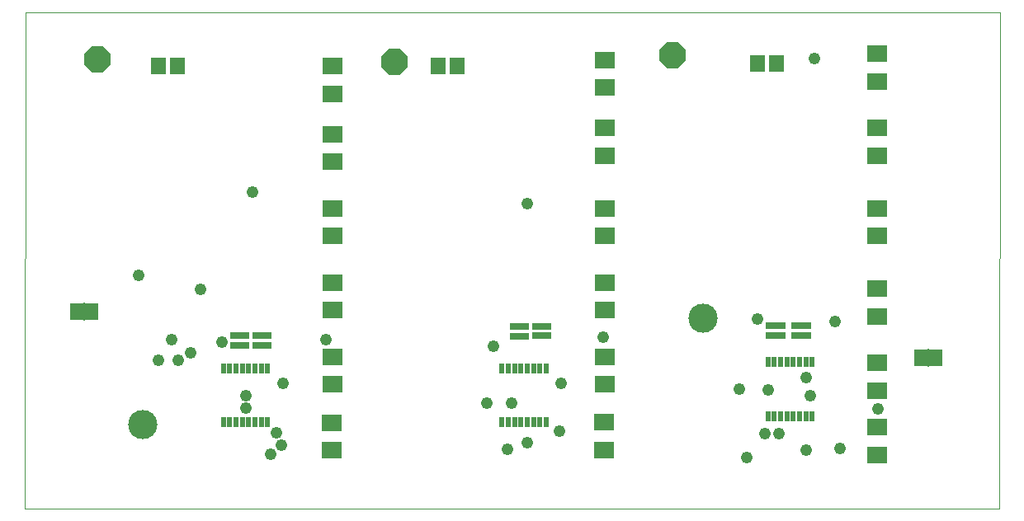
<source format=gts>
G75*
%MOIN*%
%OFA0B0*%
%FSLAX25Y25*%
%IPPOS*%
%LPD*%
%AMOC8*
5,1,8,0,0,1.08239X$1,22.5*
%
%ADD10C,0.00000*%
%ADD11C,0.11824*%
%ADD12R,0.07898X0.07099*%
%ADD13OC8,0.10800*%
%ADD14R,0.05400X0.07100*%
%ADD15R,0.00600X0.07200*%
%ADD16R,0.01969X0.04331*%
%ADD17R,0.02375X0.02769*%
%ADD18R,0.01981X0.02769*%
%ADD19R,0.05918X0.07099*%
%ADD20C,0.04762*%
D10*
X0001000Y0021728D02*
X0001400Y0222489D01*
X0395101Y0222489D01*
X0394701Y0021728D01*
X0001000Y0021728D01*
X0043288Y0055828D02*
X0043290Y0055976D01*
X0043296Y0056124D01*
X0043306Y0056272D01*
X0043320Y0056419D01*
X0043338Y0056566D01*
X0043359Y0056712D01*
X0043385Y0056858D01*
X0043415Y0057003D01*
X0043448Y0057147D01*
X0043486Y0057290D01*
X0043527Y0057432D01*
X0043572Y0057573D01*
X0043620Y0057713D01*
X0043673Y0057852D01*
X0043729Y0057989D01*
X0043789Y0058124D01*
X0043852Y0058258D01*
X0043919Y0058390D01*
X0043990Y0058520D01*
X0044064Y0058648D01*
X0044141Y0058774D01*
X0044222Y0058898D01*
X0044306Y0059020D01*
X0044393Y0059139D01*
X0044484Y0059256D01*
X0044578Y0059371D01*
X0044674Y0059483D01*
X0044774Y0059593D01*
X0044876Y0059699D01*
X0044982Y0059803D01*
X0045090Y0059904D01*
X0045201Y0060002D01*
X0045314Y0060098D01*
X0045430Y0060190D01*
X0045548Y0060279D01*
X0045669Y0060364D01*
X0045792Y0060447D01*
X0045917Y0060526D01*
X0046044Y0060602D01*
X0046173Y0060674D01*
X0046304Y0060743D01*
X0046437Y0060808D01*
X0046572Y0060869D01*
X0046708Y0060927D01*
X0046845Y0060982D01*
X0046984Y0061032D01*
X0047125Y0061079D01*
X0047266Y0061122D01*
X0047409Y0061162D01*
X0047553Y0061197D01*
X0047697Y0061229D01*
X0047843Y0061256D01*
X0047989Y0061280D01*
X0048136Y0061300D01*
X0048283Y0061316D01*
X0048430Y0061328D01*
X0048578Y0061336D01*
X0048726Y0061340D01*
X0048874Y0061340D01*
X0049022Y0061336D01*
X0049170Y0061328D01*
X0049317Y0061316D01*
X0049464Y0061300D01*
X0049611Y0061280D01*
X0049757Y0061256D01*
X0049903Y0061229D01*
X0050047Y0061197D01*
X0050191Y0061162D01*
X0050334Y0061122D01*
X0050475Y0061079D01*
X0050616Y0061032D01*
X0050755Y0060982D01*
X0050892Y0060927D01*
X0051028Y0060869D01*
X0051163Y0060808D01*
X0051296Y0060743D01*
X0051427Y0060674D01*
X0051556Y0060602D01*
X0051683Y0060526D01*
X0051808Y0060447D01*
X0051931Y0060364D01*
X0052052Y0060279D01*
X0052170Y0060190D01*
X0052286Y0060098D01*
X0052399Y0060002D01*
X0052510Y0059904D01*
X0052618Y0059803D01*
X0052724Y0059699D01*
X0052826Y0059593D01*
X0052926Y0059483D01*
X0053022Y0059371D01*
X0053116Y0059256D01*
X0053207Y0059139D01*
X0053294Y0059020D01*
X0053378Y0058898D01*
X0053459Y0058774D01*
X0053536Y0058648D01*
X0053610Y0058520D01*
X0053681Y0058390D01*
X0053748Y0058258D01*
X0053811Y0058124D01*
X0053871Y0057989D01*
X0053927Y0057852D01*
X0053980Y0057713D01*
X0054028Y0057573D01*
X0054073Y0057432D01*
X0054114Y0057290D01*
X0054152Y0057147D01*
X0054185Y0057003D01*
X0054215Y0056858D01*
X0054241Y0056712D01*
X0054262Y0056566D01*
X0054280Y0056419D01*
X0054294Y0056272D01*
X0054304Y0056124D01*
X0054310Y0055976D01*
X0054312Y0055828D01*
X0054310Y0055680D01*
X0054304Y0055532D01*
X0054294Y0055384D01*
X0054280Y0055237D01*
X0054262Y0055090D01*
X0054241Y0054944D01*
X0054215Y0054798D01*
X0054185Y0054653D01*
X0054152Y0054509D01*
X0054114Y0054366D01*
X0054073Y0054224D01*
X0054028Y0054083D01*
X0053980Y0053943D01*
X0053927Y0053804D01*
X0053871Y0053667D01*
X0053811Y0053532D01*
X0053748Y0053398D01*
X0053681Y0053266D01*
X0053610Y0053136D01*
X0053536Y0053008D01*
X0053459Y0052882D01*
X0053378Y0052758D01*
X0053294Y0052636D01*
X0053207Y0052517D01*
X0053116Y0052400D01*
X0053022Y0052285D01*
X0052926Y0052173D01*
X0052826Y0052063D01*
X0052724Y0051957D01*
X0052618Y0051853D01*
X0052510Y0051752D01*
X0052399Y0051654D01*
X0052286Y0051558D01*
X0052170Y0051466D01*
X0052052Y0051377D01*
X0051931Y0051292D01*
X0051808Y0051209D01*
X0051683Y0051130D01*
X0051556Y0051054D01*
X0051427Y0050982D01*
X0051296Y0050913D01*
X0051163Y0050848D01*
X0051028Y0050787D01*
X0050892Y0050729D01*
X0050755Y0050674D01*
X0050616Y0050624D01*
X0050475Y0050577D01*
X0050334Y0050534D01*
X0050191Y0050494D01*
X0050047Y0050459D01*
X0049903Y0050427D01*
X0049757Y0050400D01*
X0049611Y0050376D01*
X0049464Y0050356D01*
X0049317Y0050340D01*
X0049170Y0050328D01*
X0049022Y0050320D01*
X0048874Y0050316D01*
X0048726Y0050316D01*
X0048578Y0050320D01*
X0048430Y0050328D01*
X0048283Y0050340D01*
X0048136Y0050356D01*
X0047989Y0050376D01*
X0047843Y0050400D01*
X0047697Y0050427D01*
X0047553Y0050459D01*
X0047409Y0050494D01*
X0047266Y0050534D01*
X0047125Y0050577D01*
X0046984Y0050624D01*
X0046845Y0050674D01*
X0046708Y0050729D01*
X0046572Y0050787D01*
X0046437Y0050848D01*
X0046304Y0050913D01*
X0046173Y0050982D01*
X0046044Y0051054D01*
X0045917Y0051130D01*
X0045792Y0051209D01*
X0045669Y0051292D01*
X0045548Y0051377D01*
X0045430Y0051466D01*
X0045314Y0051558D01*
X0045201Y0051654D01*
X0045090Y0051752D01*
X0044982Y0051853D01*
X0044876Y0051957D01*
X0044774Y0052063D01*
X0044674Y0052173D01*
X0044578Y0052285D01*
X0044484Y0052400D01*
X0044393Y0052517D01*
X0044306Y0052636D01*
X0044222Y0052758D01*
X0044141Y0052882D01*
X0044064Y0053008D01*
X0043990Y0053136D01*
X0043919Y0053266D01*
X0043852Y0053398D01*
X0043789Y0053532D01*
X0043729Y0053667D01*
X0043673Y0053804D01*
X0043620Y0053943D01*
X0043572Y0054083D01*
X0043527Y0054224D01*
X0043486Y0054366D01*
X0043448Y0054509D01*
X0043415Y0054653D01*
X0043385Y0054798D01*
X0043359Y0054944D01*
X0043338Y0055090D01*
X0043320Y0055237D01*
X0043306Y0055384D01*
X0043296Y0055532D01*
X0043290Y0055680D01*
X0043288Y0055828D01*
X0269488Y0098728D02*
X0269490Y0098876D01*
X0269496Y0099024D01*
X0269506Y0099172D01*
X0269520Y0099319D01*
X0269538Y0099466D01*
X0269559Y0099612D01*
X0269585Y0099758D01*
X0269615Y0099903D01*
X0269648Y0100047D01*
X0269686Y0100190D01*
X0269727Y0100332D01*
X0269772Y0100473D01*
X0269820Y0100613D01*
X0269873Y0100752D01*
X0269929Y0100889D01*
X0269989Y0101024D01*
X0270052Y0101158D01*
X0270119Y0101290D01*
X0270190Y0101420D01*
X0270264Y0101548D01*
X0270341Y0101674D01*
X0270422Y0101798D01*
X0270506Y0101920D01*
X0270593Y0102039D01*
X0270684Y0102156D01*
X0270778Y0102271D01*
X0270874Y0102383D01*
X0270974Y0102493D01*
X0271076Y0102599D01*
X0271182Y0102703D01*
X0271290Y0102804D01*
X0271401Y0102902D01*
X0271514Y0102998D01*
X0271630Y0103090D01*
X0271748Y0103179D01*
X0271869Y0103264D01*
X0271992Y0103347D01*
X0272117Y0103426D01*
X0272244Y0103502D01*
X0272373Y0103574D01*
X0272504Y0103643D01*
X0272637Y0103708D01*
X0272772Y0103769D01*
X0272908Y0103827D01*
X0273045Y0103882D01*
X0273184Y0103932D01*
X0273325Y0103979D01*
X0273466Y0104022D01*
X0273609Y0104062D01*
X0273753Y0104097D01*
X0273897Y0104129D01*
X0274043Y0104156D01*
X0274189Y0104180D01*
X0274336Y0104200D01*
X0274483Y0104216D01*
X0274630Y0104228D01*
X0274778Y0104236D01*
X0274926Y0104240D01*
X0275074Y0104240D01*
X0275222Y0104236D01*
X0275370Y0104228D01*
X0275517Y0104216D01*
X0275664Y0104200D01*
X0275811Y0104180D01*
X0275957Y0104156D01*
X0276103Y0104129D01*
X0276247Y0104097D01*
X0276391Y0104062D01*
X0276534Y0104022D01*
X0276675Y0103979D01*
X0276816Y0103932D01*
X0276955Y0103882D01*
X0277092Y0103827D01*
X0277228Y0103769D01*
X0277363Y0103708D01*
X0277496Y0103643D01*
X0277627Y0103574D01*
X0277756Y0103502D01*
X0277883Y0103426D01*
X0278008Y0103347D01*
X0278131Y0103264D01*
X0278252Y0103179D01*
X0278370Y0103090D01*
X0278486Y0102998D01*
X0278599Y0102902D01*
X0278710Y0102804D01*
X0278818Y0102703D01*
X0278924Y0102599D01*
X0279026Y0102493D01*
X0279126Y0102383D01*
X0279222Y0102271D01*
X0279316Y0102156D01*
X0279407Y0102039D01*
X0279494Y0101920D01*
X0279578Y0101798D01*
X0279659Y0101674D01*
X0279736Y0101548D01*
X0279810Y0101420D01*
X0279881Y0101290D01*
X0279948Y0101158D01*
X0280011Y0101024D01*
X0280071Y0100889D01*
X0280127Y0100752D01*
X0280180Y0100613D01*
X0280228Y0100473D01*
X0280273Y0100332D01*
X0280314Y0100190D01*
X0280352Y0100047D01*
X0280385Y0099903D01*
X0280415Y0099758D01*
X0280441Y0099612D01*
X0280462Y0099466D01*
X0280480Y0099319D01*
X0280494Y0099172D01*
X0280504Y0099024D01*
X0280510Y0098876D01*
X0280512Y0098728D01*
X0280510Y0098580D01*
X0280504Y0098432D01*
X0280494Y0098284D01*
X0280480Y0098137D01*
X0280462Y0097990D01*
X0280441Y0097844D01*
X0280415Y0097698D01*
X0280385Y0097553D01*
X0280352Y0097409D01*
X0280314Y0097266D01*
X0280273Y0097124D01*
X0280228Y0096983D01*
X0280180Y0096843D01*
X0280127Y0096704D01*
X0280071Y0096567D01*
X0280011Y0096432D01*
X0279948Y0096298D01*
X0279881Y0096166D01*
X0279810Y0096036D01*
X0279736Y0095908D01*
X0279659Y0095782D01*
X0279578Y0095658D01*
X0279494Y0095536D01*
X0279407Y0095417D01*
X0279316Y0095300D01*
X0279222Y0095185D01*
X0279126Y0095073D01*
X0279026Y0094963D01*
X0278924Y0094857D01*
X0278818Y0094753D01*
X0278710Y0094652D01*
X0278599Y0094554D01*
X0278486Y0094458D01*
X0278370Y0094366D01*
X0278252Y0094277D01*
X0278131Y0094192D01*
X0278008Y0094109D01*
X0277883Y0094030D01*
X0277756Y0093954D01*
X0277627Y0093882D01*
X0277496Y0093813D01*
X0277363Y0093748D01*
X0277228Y0093687D01*
X0277092Y0093629D01*
X0276955Y0093574D01*
X0276816Y0093524D01*
X0276675Y0093477D01*
X0276534Y0093434D01*
X0276391Y0093394D01*
X0276247Y0093359D01*
X0276103Y0093327D01*
X0275957Y0093300D01*
X0275811Y0093276D01*
X0275664Y0093256D01*
X0275517Y0093240D01*
X0275370Y0093228D01*
X0275222Y0093220D01*
X0275074Y0093216D01*
X0274926Y0093216D01*
X0274778Y0093220D01*
X0274630Y0093228D01*
X0274483Y0093240D01*
X0274336Y0093256D01*
X0274189Y0093276D01*
X0274043Y0093300D01*
X0273897Y0093327D01*
X0273753Y0093359D01*
X0273609Y0093394D01*
X0273466Y0093434D01*
X0273325Y0093477D01*
X0273184Y0093524D01*
X0273045Y0093574D01*
X0272908Y0093629D01*
X0272772Y0093687D01*
X0272637Y0093748D01*
X0272504Y0093813D01*
X0272373Y0093882D01*
X0272244Y0093954D01*
X0272117Y0094030D01*
X0271992Y0094109D01*
X0271869Y0094192D01*
X0271748Y0094277D01*
X0271630Y0094366D01*
X0271514Y0094458D01*
X0271401Y0094554D01*
X0271290Y0094652D01*
X0271182Y0094753D01*
X0271076Y0094857D01*
X0270974Y0094963D01*
X0270874Y0095073D01*
X0270778Y0095185D01*
X0270684Y0095300D01*
X0270593Y0095417D01*
X0270506Y0095536D01*
X0270422Y0095658D01*
X0270341Y0095782D01*
X0270264Y0095908D01*
X0270190Y0096036D01*
X0270119Y0096166D01*
X0270052Y0096298D01*
X0269989Y0096432D01*
X0269929Y0096567D01*
X0269873Y0096704D01*
X0269820Y0096843D01*
X0269772Y0096983D01*
X0269727Y0097124D01*
X0269686Y0097266D01*
X0269648Y0097409D01*
X0269615Y0097553D01*
X0269585Y0097698D01*
X0269559Y0097844D01*
X0269538Y0097990D01*
X0269520Y0098137D01*
X0269506Y0098284D01*
X0269496Y0098432D01*
X0269490Y0098580D01*
X0269488Y0098728D01*
D11*
X0275000Y0098728D03*
X0048800Y0055828D03*
D12*
X0125131Y0056514D03*
X0125131Y0045317D03*
X0125331Y0071917D03*
X0125331Y0083114D03*
X0125331Y0101917D03*
X0125331Y0113114D03*
X0125331Y0131917D03*
X0125331Y0143114D03*
X0125331Y0161917D03*
X0125331Y0173114D03*
X0125331Y0189417D03*
X0125331Y0200614D03*
X0235331Y0203114D03*
X0235331Y0191917D03*
X0235331Y0175614D03*
X0235331Y0164417D03*
X0235331Y0143114D03*
X0235331Y0131917D03*
X0235331Y0113114D03*
X0235331Y0101917D03*
X0235331Y0083114D03*
X0235331Y0071917D03*
X0235231Y0056564D03*
X0235231Y0045367D03*
X0345431Y0043417D03*
X0345431Y0054614D03*
X0345331Y0069417D03*
X0345331Y0080614D03*
X0345331Y0099417D03*
X0345331Y0110614D03*
X0345331Y0131917D03*
X0345331Y0143114D03*
X0345331Y0164417D03*
X0345331Y0175614D03*
X0345331Y0194417D03*
X0345331Y0205614D03*
D13*
X0262831Y0205016D03*
X0150331Y0202516D03*
X0030331Y0203516D03*
D14*
X0028000Y0101228D03*
X0022000Y0101228D03*
X0363050Y0082728D03*
X0369050Y0082728D03*
D15*
X0366050Y0082728D03*
X0025000Y0101228D03*
D16*
X0081374Y0078441D03*
X0083933Y0078441D03*
X0086492Y0078441D03*
X0089051Y0078441D03*
X0091610Y0078441D03*
X0094169Y0078441D03*
X0096728Y0078441D03*
X0099287Y0078441D03*
X0099287Y0056591D03*
X0096728Y0056591D03*
X0094169Y0056591D03*
X0091610Y0056591D03*
X0089051Y0056591D03*
X0086492Y0056591D03*
X0083933Y0056591D03*
X0081374Y0056591D03*
X0193874Y0056591D03*
X0196433Y0056591D03*
X0198992Y0056591D03*
X0201551Y0056591D03*
X0204110Y0056591D03*
X0206669Y0056591D03*
X0209228Y0056591D03*
X0211787Y0056591D03*
X0211787Y0078441D03*
X0209228Y0078441D03*
X0206669Y0078441D03*
X0204110Y0078441D03*
X0201551Y0078441D03*
X0198992Y0078441D03*
X0196433Y0078441D03*
X0193874Y0078441D03*
X0301374Y0080941D03*
X0303933Y0080941D03*
X0306492Y0080941D03*
X0309051Y0080941D03*
X0311610Y0080941D03*
X0314169Y0080941D03*
X0316728Y0080941D03*
X0319287Y0080941D03*
X0319287Y0059091D03*
X0316728Y0059091D03*
X0314169Y0059091D03*
X0311610Y0059091D03*
X0309051Y0059091D03*
X0306492Y0059091D03*
X0303933Y0059091D03*
X0301374Y0059091D03*
D17*
X0301644Y0091760D03*
X0307550Y0091760D03*
X0311944Y0091760D03*
X0311944Y0095697D03*
X0307550Y0095697D03*
X0301644Y0095697D03*
X0317850Y0095697D03*
X0317850Y0091760D03*
X0212906Y0091571D03*
X0207000Y0091571D03*
X0203906Y0091508D03*
X0203906Y0095445D03*
X0207000Y0095508D03*
X0212906Y0095508D03*
X0198000Y0095445D03*
X0198000Y0091508D03*
X0099906Y0091571D03*
X0099906Y0087634D03*
X0094000Y0087634D03*
X0090906Y0087697D03*
X0090906Y0091634D03*
X0094000Y0091571D03*
X0085000Y0091634D03*
X0085000Y0087697D03*
D18*
X0086969Y0087697D03*
X0088937Y0087697D03*
X0088937Y0091634D03*
X0086969Y0091634D03*
X0095969Y0091571D03*
X0097937Y0091571D03*
X0097937Y0087634D03*
X0095969Y0087634D03*
X0199969Y0091508D03*
X0201937Y0091508D03*
X0201937Y0095445D03*
X0199969Y0095445D03*
X0208969Y0095508D03*
X0210937Y0095508D03*
X0210937Y0091571D03*
X0208969Y0091571D03*
X0303613Y0091760D03*
X0305581Y0091760D03*
X0305581Y0095697D03*
X0303613Y0095697D03*
X0313913Y0095697D03*
X0315881Y0095697D03*
X0315881Y0091760D03*
X0313913Y0091760D03*
D19*
X0304740Y0201728D03*
X0297260Y0201728D03*
X0175740Y0200728D03*
X0168260Y0200728D03*
X0062740Y0200728D03*
X0055260Y0200728D03*
D20*
X0093000Y0149728D03*
X0047200Y0115878D03*
X0072150Y0110478D03*
X0080831Y0089016D03*
X0068000Y0084728D03*
X0063000Y0081728D03*
X0055000Y0081728D03*
X0060337Y0089916D03*
X0090331Y0067516D03*
X0090331Y0062516D03*
X0102831Y0052516D03*
X0104831Y0047516D03*
X0100631Y0043766D03*
X0105331Y0072516D03*
X0122831Y0090016D03*
X0187831Y0064235D03*
X0197831Y0064235D03*
X0217831Y0072516D03*
X0190331Y0087516D03*
X0234831Y0091016D03*
X0289831Y0070016D03*
X0301531Y0069785D03*
X0316681Y0074716D03*
X0318400Y0067528D03*
X0305850Y0052178D03*
X0300100Y0052028D03*
X0292850Y0042328D03*
X0316950Y0045328D03*
X0330400Y0045878D03*
X0345650Y0062128D03*
X0328531Y0097316D03*
X0297131Y0098216D03*
X0217000Y0053009D03*
X0204131Y0048216D03*
X0196081Y0045866D03*
X0204050Y0144928D03*
X0320000Y0203728D03*
M02*

</source>
